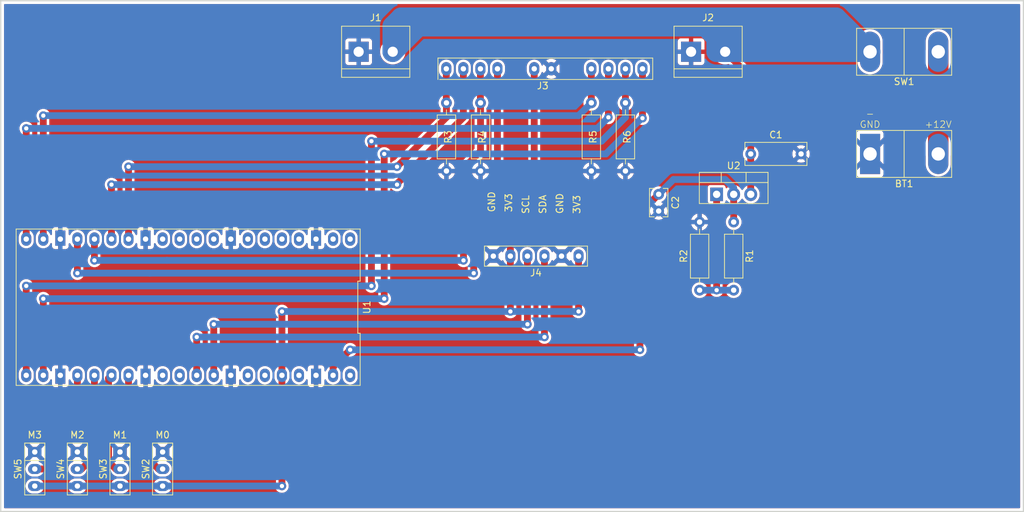
<source format=kicad_pcb>
(kicad_pcb (version 20221018) (generator pcbnew)
  (layers (0 "F.Cu" signal) (31 "B.Cu" signal) (34 "B.Paste" user) (35 "F.Paste" user) (36 "B.SilkS" user "B.Silkscreen") (37 "F.SilkS" user "F.Silkscreen") (38 "B.Mask" user) (39 "F.Mask" user) (44 "Edge.Cuts" user))
  (net 0 "")
  (net 3 "GND")
  (net 17 "5VREG")
  (net 19 "Net-(U2-ADJ)")
  (net 20 "Net-(BT1-+)")
  (net 21 "3V3")
  (net 22 "MOT_0_PWM")
  (net 23 "MOT_0_DIR")
  (net 24 "MOT_1_PWM")
  (net 25 "MOT_1_DIR")
  (net 26 "MOT_2_PWM")
  (net 27 "MOT_2_DIR")
  (net 28 "MOT_3_PWM")
  (net 29 "MOT_3_DIR")
  (net 30 "DIR_SET_3 PULLUP")
  (net 31 "DIR_SET_2 PULLUP")
  (net 32 "DIR_SET_1 PULLUP")
  (net 33 "DIR_SET_0 PULLUP")
  (net 34 "SDA")
  (net 35 "SCL")
  (net 36 "Net-(J1-Pin_2)")
  (footprint "TerminalBlock:TerminalBlock_bornier-2_P5.08mm" (layer "F.Cu") (at 129.54 33.02)
    (fp_text reference "J1" (at 2.54 -5.08) (layer "F.SilkS"))
    (fp_text value "Screw")
    (fp_line (start -2.54 -3.81) (end -2.54 3.81) (stroke (width 0.12)) (layer "F.SilkS"))
    (fp_line (start -2.54 3.81) (end 7.62 3.81) (stroke (width 0.12)) (layer "F.SilkS"))
    (fp_line (start 7.62 -3.81) (end -2.54 -3.81) (stroke (width 0.12)) (layer "F.SilkS"))
    (fp_line (start 7.62 2.54) (end -2.54 2.54) (stroke (width 0.12)) (layer "F.SilkS"))
    (fp_line (start 7.62 3.81) (end 7.62 -3.81) (stroke (width 0.12)) (layer "F.SilkS"))
    (pad "1" thru_hole rect (at 0 0) (size 3 3) (drill 1.52) (layers "*.Cu" "*.Mask") (net 3 "GND"))
    (pad "2" thru_hole circle (at 5.08 0) (size 3 3) (drill 1.52) (layers "*.Cu" "*.Mask") (net 36 "Net-(J1-Pin_2)"))
  )
  (footprint "Package_TO_SOT_THT:TO-220-3_Vertical" (layer "F.Cu") (at 182.88 54.285)
    (fp_text reference "U2" (at 2.54 -4.27) (layer "F.SilkS"))
    (fp_text value "LM317_TO-220")
    (fp_line (start -2.58 -3.27) (end -2.58 1.371) (stroke (width 0.12)) (layer "F.SilkS"))
    (fp_line (start -2.58 -3.27) (end 7.66 -3.27) (stroke (width 0.12)) (layer "F.SilkS"))
    (fp_line (start -2.58 -1.76) (end 7.66 -1.76) (stroke (width 0.12)) (layer "F.SilkS"))
    (fp_line (start -2.58 1.371) (end 7.66 1.371) (stroke (width 0.12)) (layer "F.SilkS"))
    (fp_line (start 0.69 -3.27) (end 0.69 -1.76) (stroke (width 0.12)) (layer "F.SilkS"))
    (fp_line (start 4.391 -3.27) (end 4.391 -1.76) (stroke (width 0.12)) (layer "F.SilkS"))
    (fp_line (start 7.66 -3.27) (end 7.66 1.371) (stroke (width 0.12)) (layer "F.SilkS"))
    (pad "1" thru_hole rect (at 0 0) (size 1.905 2) (drill 1.1) (layers "*.Cu" "*.Mask") (net 19 "Net-(U2-ADJ)"))
    (pad "2" thru_hole oval (at 2.54 0) (size 1.905 2) (drill 1.1) (layers "*.Cu" "*.Mask") (net 17 "5VREG"))
    (pad "3" thru_hole oval (at 5.08 0) (size 1.905 2) (drill 1.1) (layers "*.Cu" "*.Mask") (net 36 "Net-(J1-Pin_2)"))
  )
  (footprint "Urpekari:RPI-PICO" (layer "F.Cu") (at 104.14 71.12 -90)
    (fp_text reference "U1" (at 0 -26.63 90) (layer "F.SilkS"))
    (fp_text value "~")
    (fp_line (start -11.66 25.63) (end 11.659999 25.63) (stroke (width 0.12)) (layer "F.SilkS"))
    (fp_line (start -11.659999 -25.63) (end -11.66 25.63) (stroke (width 0.12)) (layer "F.SilkS"))
    (fp_line (start -3.886666 -25.63) (end -11.659999 -25.63) (stroke (width 0.12)) (layer "F.SilkS"))
    (fp_line (start -3.886666 -25.27) (end -3.886666 -25.63) (stroke (width 0.12)) (layer "F.SilkS"))
    (fp_line (start 3.886666 -25.63) (end 3.886666 -25.27) (stroke (width 0.12)) (layer "F.SilkS"))
    (fp_line (start 3.886666 -25.27) (end -3.886666 -25.27) (stroke (width 0.12)) (layer "F.SilkS"))
    (fp_line (start 11.659999 25.63) (end 11.66 -25.63) (stroke (width 0.12)) (layer "F.SilkS"))
    (fp_line (start 11.66 -25.63) (end 3.886666 -25.63) (stroke (width 0.12)) (layer "F.SilkS"))
    (pad "1" thru_hole oval (at -10.16 -24.13 270) (size 2 1.5) (drill 0.8) (layers "*.Cu" "*.Mask"))
    (pad "2" thru_hole oval (at -10.16 -21.59 270) (size 2 1.5) (drill 0.8) (layers "*.Cu" "*.Mask"))
    (pad "3" thru_hole rect (at -10.16 -19.05 180) (size 1.5 2.27) (drill 0.8 (offset 0 0.135)) (layers "*.Cu" "*.Mask") (net 3 "GND"))
    (pad "4" thru_hole oval (at -10.16 -16.51 270) (size 2 1.5) (drill 0.8) (layers "*.Cu" "*.Mask"))
    (pad "5" thru_hole oval (at -10.16 -13.97 270) (size 2 1.5) (drill 0.8) (layers "*.Cu" "*.Mask"))
    (pad "6" thru_hole oval (at -10.16 -11.43 270) (size 2 1.5) (drill 0.8) (layers "*.Cu" "*.Mask"))
    (pad "7" thru_hole oval (at -10.16 -8.89 270) (size 2 1.5) (drill 0.8) (layers "*.Cu" "*.Mask"))
    (pad "8" thru_hole rect (at -10.16 -6.35 180) (size 1.5 2.27) (drill 0.8 (offset 0 0.135)) (layers "*.Cu" "*.Mask") (net 3 "GND"))
    (pad "9" thru_hole oval (at -10.16 -3.81 270) (size 2 1.5) (drill 0.8) (layers "*.Cu" "*.Mask"))
    (pad "10" thru_hole oval (at -10.16 -1.27 270) (size 2 1.5) (drill 0.8) (layers "*.Cu" "*.Mask"))
    (pad "11" thru_hole oval (at -10.16 1.27 270) (size 2 1.5) (drill 0.8) (layers "*.Cu" "*.Mask"))
    (pad "12" thru_hole oval (at -10.16 3.81 270) (size 2 1.5) (drill 0.8) (layers "*.Cu" "*.Mask"))
    (pad "13" thru_hole rect (at -10.16 6.35 180) (size 1.5 2.27) (drill 0.8 (offset 0 0.135)) (layers "*.Cu" "*.Mask") (net 3 "GND"))
    (pad "14" thru_hole oval (at -10.16 8.89 270) (size 2 1.5) (drill 0.8) (layers "*.Cu" "*.Mask") (net 22 "MOT_0_PWM"))
    (pad "15" thru_hole oval (at -10.16 11.43 270) (size 2 1.5) (drill 0.8) (layers "*.Cu" "*.Mask") (net 23 "MOT_0_DIR"))
    (pad "16" thru_hole oval (at -10.16 13.97 270) (size 2 1.5) (drill 0.8) (layers "*.Cu" "*.Mask") (net 24 "MOT_1_PWM"))
    (pad "17" thru_hole oval (at -10.16 16.51 270) (size 2 1.5) (drill 0.8) (layers "*.Cu" "*.Mask") (net 25 "MOT_1_DIR"))
    (pad "18" thru_hole rect (at -10.16 19.05 180) (size 1.5 2.27) (drill 0.8 (offset 0 0.135)) (layers "*.Cu" "*.Mask") (net 3 "GND"))
    (pad "19" thru_hole oval (at -10.16 21.59 270) (size 2 1.5) (drill 0.8) (layers "*.Cu" "*.Mask") (net 26 "MOT_2_PWM"))
    (pad "20" thru_hole oval (at -10.16 24.13 180) (size 1.5 2) (drill 0.8) (layers "*.Cu" "*.Mask") (net 27 "MOT_2_DIR"))
    (pad "21" thru_hole oval (at 10.16 24.13 180) (size 1.5 2) (drill 0.8) (layers "*.Cu" "*.Mask") (net 28 "MOT_3_PWM"))
    (pad "22" thru_hole oval (at 10.16 21.59 270) (size 2 1.5) (drill 0.8) (layers "*.Cu" "*.Mask") (net 29 "MOT_3_DIR"))
    (pad "23" thru_hole rect (at 10.16 19.05 180) (size 1.5 2.27) (drill 0.8 (offset 0 -0.135)) (layers "*.Cu" "*.Mask") (net 3 "GND"))
    (pad "24" thru_hole oval (at 10.16 16.51 270) (size 2 1.5) (drill 0.8) (layers "*.Cu" "*.Mask") (net 30 "DIR_SET_3 PULLUP"))
    (pad "25" thru_hole oval (at 10.16 13.97 270) (size 2 1.5) (drill 0.8) (layers "*.Cu" "*.Mask") (net 31 "DIR_SET_2 PULLUP"))
    (pad "26" thru_hole oval (at 10.16 11.43 270) (size 2 1.5) (drill 0.8) (layers "*.Cu" "*.Mask") (net 32 "DIR_SET_1 PULLUP"))
    (pad "27" thru_hole oval (at 10.16 8.89 270) (size 2 1.5) (drill 0.8) (layers "*.Cu" "*.Mask") (net 33 "DIR_SET_0 PULLUP"))
    (pad "28" thru_hole rect (at 10.16 6.35 180) (size 1.5 2.27) (drill 0.8 (offset 0 -0.135)) (layers "*.Cu" "*.Mask") (net 3 "GND"))
    (pad "29" thru_hole oval (at 10.16 3.81 270) (size 2 1.5) (drill 0.8) (layers "*.Cu" "*.Mask"))
    (pad "30" thru_hole oval (at 10.16 1.27 270) (size 2 1.5) (drill 0.8) (layers "*.Cu" "*.Mask"))
    (pad "31" thru_hole oval (at 10.16 -1.27 270) (size 2 1.5) (drill 0.8) (layers "*.Cu" "*.Mask") (net 34 "SDA"))
    (pad "32" thru_hole oval (at 10.16 -3.81 270) (size 2 1.5) (drill 0.8) (layers "*.Cu" "*.Mask") (net 35 "SCL"))
    (pad "33" thru_hole rect (at 10.16 -6.35 180) (size 1.5 2.27) (drill 0.8 (offset 0 -0.135)) (layers "*.Cu" "*.Mask") (net 3 "GND"))
    (pad "34" thru_hole oval (at 10.16 -8.89 270) (size 2 1.5) (drill 0.8) (layers "*.Cu" "*.Mask"))
    (pad "35" thru_hole oval (at 10.16 -11.43 270) (size 2 1.5) (drill 0.8) (layers "*.Cu" "*.Mask"))
    (pad "36" thru_hole oval (at 10.16 -13.97 270) (size 2 1.5) (drill 0.8) (layers "*.Cu" "*.Mask") (net 21 "3V3"))
    (pad "37" thru_hole oval (at 10.16 -16.51 270) (size 2 1.5) (drill 0.8) (layers "*.Cu" "*.Mask"))
    (pad "38" thru_hole rect (at 10.16 -19.05 180) (size 1.5 2.27) (drill 0.8 (offset 0 -0.135)) (layers "*.Cu" "*.Mask") (net 3 "GND"))
    (pad "39" thru_hole oval (at 10.16 -21.59 270) (size 2 1.5) (drill 0.8) (layers "*.Cu" "*.Mask") (net 17 "5VREG"))
    (pad "40" thru_hole oval (at 10.16 -24.13 270) (size 2 1.5) (drill 0.8) (layers "*.Cu" "*.Mask"))
  )
  (footprint "Urpekari:POWER-CABLE" (layer "F.Cu") (at 210.82 33.02 180)
    (fp_text reference "SW1" (at 0 -4.445 180) (layer "F.SilkS"))
    (fp_text value "SW_SPST")
    (fp_line (start -7.08 -3.5) (end -7.08 3.5) (stroke (width 0.12)) (layer "F.SilkS"))
    (fp_line (start -7.08 3.5) (end 7.08 3.5) (stroke (width 0.12)) (layer "F.SilkS"))
    (fp_line (start 0 3.5) (end 0 -3.5) (stroke (width 0.12)) (layer "F.SilkS"))
    (fp_line (start 7.08 -3.5) (end -7.08 -3.5) (stroke (width 0.12)) (layer "F.SilkS"))
    (fp_line (start 7.08 3.5) (end 7.08 -3.5) (stroke (width 0.12)) (layer "F.SilkS"))
    (pad "1" thru_hole oval (at -5.08 0 180) (size 3 6) (drill 2) (layers "*.Cu" "*.Mask") (net 20 "Net-(BT1-+)"))
    (pad "2" thru_hole oval (at 5.08 0 180) (size 3 6) (drill 2) (layers "*.Cu" "*.Mask") (net 36 "Net-(J1-Pin_2)"))
  )
  (footprint "Urpekari:CONT-CONN" (layer "F.Cu") (at 156.972 35.56)
    (fp_text reference "J3" (at 0 2.54) (layer "F.SilkS"))
    (fp_text value "CONT-CONN")
    (fp_line (start -15.621 -1.6) (end 16.383 -1.6) (stroke (width 0.12)) (layer "F.SilkS"))
    (fp_line (start -15.621 1.6) (end -15.621 -1.6) (stroke (width 0.12)) (layer "F.SilkS"))
    (fp_line (start 16.383 -1.6) (end 16.383 1.6) (stroke (width 0.12)) (layer "F.SilkS"))
    (fp_line (start 16.383 1.6) (end -15.367 1.6) (stroke (width 0.12)) (layer "F.SilkS"))
    (pad "1" thru_hole oval (at -14.371 0) (size 1.5 2) (drill 0.8) (layers "*.Cu" "*.Mask") (net 22 "MOT_0_PWM"))
    (pad "2" thru_hole oval (at -11.831 0) (size 1.5 2) (drill 0.8) (layers "*.Cu" "*.Mask") (net 23 "MOT_0_DIR"))
    (pad "3" thru_hole oval (at -9.291 0) (size 1.5 2) (drill 0.8) (layers "*.Cu" "*.Mask") (net 24 "MOT_1_PWM"))
    (pad "4" thru_hole oval (at -6.751 0) (size 1.5 2) (drill 0.8) (layers "*.Cu" "*.Mask") (net 25 "MOT_1_DIR"))
    (pad "5" thru_hole oval (at -1.27 0) (size 1.5 2) (drill 0.8) (layers "*.Cu" "*.Mask") (net 21 "3V3"))
    (pad "6" thru_hole oval (at 1.27 0) (size 1.5 2) (drill 0.8) (layers "*.Cu" "*.Mask") (net 3 "GND"))
    (pad "7" thru_hole oval (at 7.239 0) (size 1.5 2) (drill 0.8) (layers "*.Cu" "*.Mask") (net 26 "MOT_2_PWM"))
    (pad "8" thru_hole oval (at 9.779 0) (size 1.5 2) (drill 0.8) (layers "*.Cu" "*.Mask") (net 27 "MOT_2_DIR"))
    (pad "9" thru_hole oval (at 12.319 0) (size 1.5 2) (drill 0.8) (layers "*.Cu" "*.Mask") (net 28 "MOT_3_PWM"))
    (pad "10" thru_hole oval (at 14.859 0) (size 1.5 2) (drill 0.8) (layers "*.Cu" "*.Mask") (net 29 "MOT_3_DIR"))
  )
  (footprint "Resistor_THT:R_Axial_DIN0207_L6.3mm_D2.5mm_P10.16mm_Horizontal" (layer "F.Cu") (at 185.42 58.42 -90)
    (fp_text reference "R1" (at 5.08 -2.37 90) (layer "F.SilkS"))
    (fp_text value "240R")
    (fp_line (start 1.04 0) (end 1.81 0) (stroke (width 0.12)) (layer "F.SilkS"))
    (fp_line (start 1.81 -1.37) (end 1.81 1.37) (stroke (width 0.12)) (layer "F.SilkS"))
    (fp_line (start 1.81 1.37) (end 8.35 1.37) (stroke (width 0.12)) (layer "F.SilkS"))
    (fp_line (start 8.35 -1.37) (end 1.81 -1.37) (stroke (width 0.12)) (layer "F.SilkS"))
    (fp_line (start 8.35 1.37) (end 8.35 -1.37) (stroke (width 0.12)) (layer "F.SilkS"))
    (fp_line (start 9.12 0) (end 8.35 0) (stroke (width 0.12)) (layer "F.SilkS"))
    (pad "1" thru_hole circle (at 0 0 270) (size 1.6 1.6) (drill 0.8) (layers "*.Cu" "*.Mask") (net 17 "5VREG"))
    (pad "2" thru_hole oval (at 10.16 0 270) (size 1.6 1.6) (drill 0.8) (layers "*.Cu" "*.Mask") (net 19 "Net-(U2-ADJ)"))
  )
  (footprint "Urpekari:JOYC-CONN" (layer "F.Cu") (at 155.956 63.5)
    (fp_text reference "J4" (at 0 2.5) (layer "F.SilkS"))
    (fp_text value "JOYC-CONN")
    (fp_line (start -7.675 -1.5) (end 7.675 -1.5) (stroke (width 0.12)) (layer "F.SilkS"))
    (fp_line (start -7.675 1.5) (end -7.675 -1.5) (stroke (width 0.12)) (layer "F.SilkS"))
    (fp_line (start 7.675 -1.5) (end 7.675 1.5) (stroke (width 0.12)) (layer "F.SilkS"))
    (fp_line (start 7.675 1.5) (end -7.675 1.5) (stroke (width 0.12)) (layer "F.SilkS"))
    (pad "1" thru_hole rect (at -6.35 0) (size 1.5 2) (drill 0.8) (layers "*.Cu" "*.Mask") (net 3 "GND"))
    (pad "2" thru_hole oval (at -3.81 0) (size 1.5 2) (drill 0.8) (layers "*.Cu" "*.Mask") (net 21 "3V3"))
    (pad "3" thru_hole oval (at -1.27 0) (size 1.5 2) (drill 0.8) (layers "*.Cu" "*.Mask") (net 35 "SCL"))
    (pad "4" thru_hole oval (at 1.27 0) (size 1.5 2) (drill 0.8) (layers "*.Cu" "*.Mask") (net 34 "SDA"))
    (pad "5" thru_hole rect (at 3.81 0) (size 1.5 2) (drill 0.8) (layers "*.Cu" "*.Mask") (net 3 "GND"))
    (pad "6" thru_hole oval (at 6.35 0) (size 1.5 2) (drill 0.8) (layers "*.Cu" "*.Mask") (net 21 "3V3"))
  )
  (footprint "Urpekari:SERVO" (layer "F.Cu") (at 100.33 95.25 -90)
    (fp_text reference "SW2" (at 0 2.5 90) (layer "F.SilkS"))
    (fp_text value "SW_SPDT")
    (fp_line (start -3.865 -1.5) (end 3.865 -1.5) (stroke (width 0.12)) (layer "F.SilkS"))
    (fp_line (start -3.865 1.5) (end -3.865 -1.5) (stroke (width 0.12)) (layer "F.SilkS"))
    (fp_line (start -1.27 -1.5) (end -1.27 1.5) (stroke (width 0.12)) (layer "F.SilkS"))
    (fp_line (start 3.865 -1.5) (end 3.865 1.5) (stroke (width 0.12)) (layer "F.SilkS"))
    (fp_line (start 3.865 1.5) (end -3.865 1.5) (stroke (width 0.12)) (layer "F.SilkS"))
    (pad "1" thru_hole rect (at -2.54 0 270) (size 1.5 2) (drill 0.8) (layers "*.Cu" "*.Mask") (net 3 "GND"))
    (pad "2" thru_hole oval (at 0 0 270) (size 1.5 2) (drill 0.8) (layers "*.Cu" "*.Mask") (net 33 "DIR_SET_0 PULLUP"))
    (pad "3" thru_hole oval (at 2.54 0 270) (size 1.5 2) (drill 0.8) (layers "*.Cu" "*.Mask") (net 21 "3V3"))
  )
  (footprint "Resistor_THT:R_Axial_DIN0207_L6.3mm_D2.5mm_P10.16mm_Horizontal" (layer "F.Cu") (at 164.211 40.64 -90)
    (fp_text reference "R5" hide)
    (fp_text value "330R")
    (fp_line (start 1.04 0) (end 1.81 0) (stroke (width 0.12)) (layer "F.SilkS"))
    (fp_line (start 1.81 -1.37) (end 1.81 1.37) (stroke (width 0.12)) (layer "F.SilkS"))
    (fp_line (start 1.81 1.37) (end 8.35 1.37) (stroke (width 0.12)) (layer "F.SilkS"))
    (fp_line (start 8.35 -1.37) (end 1.81 -1.37) (stroke (width 0.12)) (layer "F.SilkS"))
    (fp_line (start 8.35 1.37) (end 8.35 -1.37) (stroke (width 0.12)) (layer "F.SilkS"))
    (fp_line (start 9.12 0) (end 8.35 0) (stroke (width 0.12)) (layer "F.SilkS"))
    (pad "1" thru_hole circle (at 0 0 270) (size 1.6 1.6) (drill 0.8) (layers "*.Cu" "*.Mask") (net 26 "MOT_2_PWM"))
    (pad "2" thru_hole oval (at 10.16 0 270) (size 1.6 1.6) (drill 0.8) (layers "*.Cu" "*.Mask") (net 3 "GND"))
  )
  (footprint "Resistor_THT:R_Axial_DIN0207_L6.3mm_D2.5mm_P10.16mm_Horizontal" (layer "F.Cu") (at 142.621 40.64 -90)
    (fp_text reference "R3" hide)
    (fp_text value "330R")
    (fp_line (start 1.04 0) (end 1.81 0) (stroke (width 0.12)) (layer "F.SilkS"))
    (fp_line (start 1.81 -1.37) (end 1.81 1.37) (stroke (width 0.12)) (layer "F.SilkS"))
    (fp_line (start 1.81 1.37) (end 8.35 1.37) (stroke (width 0.12)) (layer "F.SilkS"))
    (fp_line (start 8.35 -1.37) (end 1.81 -1.37) (stroke (width 0.12)) (layer "F.SilkS"))
    (fp_line (start 8.35 1.37) (end 8.35 -1.37) (stroke (width 0.12)) (layer "F.SilkS"))
    (fp_line (start 9.12 0) (end 8.35 0) (stroke (width 0.12)) (layer "F.SilkS"))
    (pad "1" thru_hole circle (at 0 0 270) (size 1.6 1.6) (drill 0.8) (layers "*.Cu" "*.Mask") (net 22 "MOT_0_PWM"))
    (pad "2" thru_hole oval (at 10.16 0 270) (size 1.6 1.6) (drill 0.8) (layers "*.Cu" "*.Mask") (net 3 "GND"))
  )
  (footprint "Urpekari:SERVO" (layer "F.Cu") (at 81.28 95.25 -90)
    (fp_text reference "SW5" (at 0 2.5 90) (layer "F.SilkS"))
    (fp_text value "SW_SPDT")
    (fp_line (start -3.865 -1.5) (end 3.865 -1.5) (stroke (width 0.12)) (layer "F.SilkS"))
    (fp_line (start -3.865 1.5) (end -3.865 -1.5) (stroke (width 0.12)) (layer "F.SilkS"))
    (fp_line (start -1.27 -1.5) (end -1.27 1.5) (stroke (width 0.12)) (layer "F.SilkS"))
    (fp_line (start 3.865 -1.5) (end 3.865 1.5) (stroke (width 0.12)) (layer "F.SilkS"))
    (fp_line (start 3.865 1.5) (end -3.865 1.5) (stroke (width 0.12)) (layer "F.SilkS"))
    (pad "1" thru_hole rect (at -2.54 0 270) (size 1.5 2) (drill 0.8) (layers "*.Cu" "*.Mask") (net 3 "GND"))
    (pad "2" thru_hole oval (at 0 0 270) (size 1.5 2) (drill 0.8) (layers "*.Cu" "*.Mask") (net 30 "DIR_SET_3 PULLUP"))
    (pad "3" thru_hole oval (at 2.54 0 270) (size 1.5 2) (drill 0.8) (layers "*.Cu" "*.Mask") (net 21 "3V3"))
  )
  (footprint "Urpekari:SERVO" (layer "F.Cu") (at 93.98 95.25 -90)
    (fp_text reference "SW3" (at 0 2.5 90) (layer "F.SilkS"))
    (fp_text value "SW_SPDT")
    (fp_line (start -3.865 -1.5) (end 3.865 -1.5) (stroke (width 0.12)) (layer "F.SilkS"))
    (fp_line (start -3.865 1.5) (end -3.865 -1.5) (stroke (width 0.12)) (layer "F.SilkS"))
    (fp_line (start -1.27 -1.5) (end -1.27 1.5) (stroke (width 0.12)) (layer "F.SilkS"))
    (fp_line (start 3.865 -1.5) (end 3.865 1.5) (stroke (width 0.12)) (layer "F.SilkS"))
    (fp_line (start 3.865 1.5) (end -3.865 1.5) (stroke (width 0.12)) (layer "F.SilkS"))
    (pad "1" thru_hole rect (at -2.54 0 270) (size 1.5 2) (drill 0.8) (layers "*.Cu" "*.Mask") (net 3 "GND"))
    (pad "2" thru_hole oval (at 0 0 270) (size 1.5 2) (drill 0.8) (layers "*.Cu" "*.Mask") (net 32 "DIR_SET_1 PULLUP"))
    (pad "3" thru_hole oval (at 2.54 0 270) (size 1.5 2) (drill 0.8) (layers "*.Cu" "*.Mask") (net 21 "3V3"))
  )
  (footprint "TerminalBlock:TerminalBlock_bornier-2_P5.08mm" (layer "F.Cu") (at 179.07 33.02)
    (fp_text reference "J2" (at 2.54 -5.08) (layer "F.SilkS"))
    (fp_text value "Screw")
    (fp_line (start -2.54 -3.81) (end -2.54 3.81) (stroke (width 0.12)) (layer "F.SilkS"))
    (fp_line (start -2.54 3.81) (end 7.62 3.81) (stroke (width 0.12)) (layer "F.SilkS"))
    (fp_line (start 7.62 -3.81) (end -2.54 -3.81) (stroke (width 0.12)) (layer "F.SilkS"))
    (fp_line (start 7.62 2.54) (end -2.54 2.54) (stroke (width 0.12)) (layer "F.SilkS"))
    (fp_line (start 7.62 3.81) (end 7.62 -3.81) (stroke (width 0.12)) (layer "F.SilkS"))
    (pad "1" thru_hole rect (at 0 0) (size 3 3) (drill 1.52) (layers "*.Cu" "*.Mask") (net 3 "GND"))
    (pad "2" thru_hole circle (at 5.08 0) (size 3 3) (drill 1.52) (layers "*.Cu" "*.Mask") (net 36 "Net-(J1-Pin_2)"))
  )
  (footprint "Resistor_THT:R_Axial_DIN0207_L6.3mm_D2.5mm_P10.16mm_Horizontal" (layer "F.Cu") (at 169.291 40.64 -90)
    (fp_text reference "R6" hide)
    (fp_text value "330R")
    (fp_line (start 1.04 0) (end 1.81 0) (stroke (width 0.12)) (layer "F.SilkS"))
    (fp_line (start 1.81 -1.37) (end 1.81 1.37) (stroke (width 0.12)) (layer "F.SilkS"))
    (fp_line (start 1.81 1.37) (end 8.35 1.37) (stroke (width 0.12)) (layer "F.SilkS"))
    (fp_line (start 8.35 -1.37) (end 1.81 -1.37) (stroke (width 0.12)) (layer "F.SilkS"))
    (fp_line (start 8.35 1.37) (end 8.35 -1.37) (stroke (width 0.12)) (layer "F.SilkS"))
    (fp_line (start 9.12 0) (end 8.35 0) (stroke (width 0.12)) (layer "F.SilkS"))
    (pad "1" thru_hole circle (at 0 0 270) (size 1.6 1.6) (drill 0.8) (layers "*.Cu" "*.Mask") (net 28 "MOT_3_PWM"))
    (pad "2" thru_hole oval (at 10.16 0 270) (size 1.6 1.6) (drill 0.8) (layers "*.Cu" "*.Mask") (net 3 "GND"))
  )
  (footprint "Urpekari:SERVO" (layer "F.Cu") (at 87.63 95.25 -90)
    (fp_text reference "SW4" (at 0 2.5 90) (layer "F.SilkS"))
    (fp_text value "SW_SPDT")
    (fp_line (start -3.865 -1.5) (end 3.865 -1.5) (stroke (width 0.12)) (layer "F.SilkS"))
    (fp_line (start -3.865 1.5) (end -3.865 -1.5) (stroke (width 0.12)) (layer "F.SilkS"))
    (fp_line (start -1.27 -1.5) (end -1.27 1.5) (stroke (width 0.12)) (layer "F.SilkS"))
    (fp_line (start 3.865 -1.5) (end 3.865 1.5) (stroke (width 0.12)) (layer "F.SilkS"))
    (fp_line (start 3.865 1.5) (end -3.865 1.5) (stroke (width 0.12)) (layer "F.SilkS"))
    (pad "1" thru_hole rect (at -2.54 0 270) (size 1.5 2) (drill 0.8) (layers "*.Cu" "*.Mask") (net 3 "GND"))
    (pad "2" thru_hole oval (at 0 0 270) (size 1.5 2) (drill 0.8) (layers "*.Cu" "*.Mask") (net 31 "DIR_SET_2 PULLUP"))
    (pad "3" thru_hole oval (at 2.54 0 270) (size 1.5 2) (drill 0.8) (layers "*.Cu" "*.Mask") (net 21 "3V3"))
  )
  (footprint "Urpekari:BATTERY-CABLE" (layer "F.Cu") (at 210.82 48.26 180)
    (fp_text reference "BT1" (at 0 -4.445) (layer "F.SilkS"))
    (fp_text value "12V")
    (fp_line (start -7.08 -3.5) (end -7.08 3.5) (stroke (width 0.12)) (layer "F.SilkS"))
    (fp_line (start -7.08 3.5) (end 7.08 3.5) (stroke (width 0.12)) (layer "F.SilkS"))
    (fp_line (start 0 3.5) (end 0 -3.5) (stroke (width 0.12)) (layer "F.SilkS"))
    (fp_line (start 7.08 -3.5) (end -7.08 -3.5) (stroke (width 0.12)) (layer "F.SilkS"))
    (fp_line (start 7.08 3.5) (end 7.08 -3.5) (stroke (width 0.12)) (layer "F.SilkS"))
    (pad "1" thru_hole oval (at -5.08 0 180) (size 3 6) (drill 2) (layers "*.Cu" "*.Mask") (net 20 "Net-(BT1-+)"))
    (pad "2" thru_hole rect (at 5.08 0 180) (size 3 6) (drill 2) (layers "*.Cu" "*.Mask") (net 3 "GND"))
  )
  (footprint "Capacitor_THT:C_Rect_L9.0mm_W3.2mm_P7.50mm_MKT" (layer "F.Cu") (at 187.96 48.26)
    (fp_text reference "C1" (at 3.75 -2.85) (layer "F.SilkS"))
    (fp_text value "1µF")
    (fp_line (start -0.87 -1.721) (end -0.87 -0.665) (stroke (width 0.12)) (layer "F.SilkS"))
    (fp_line (start -0.87 -1.721) (end 8.37 -1.721) (stroke (width 0.12)) (layer "F.SilkS"))
    (fp_line (start -0.87 0.665) (end -0.87 1.721) (stroke (width 0.12)) (layer "F.SilkS"))
    (fp_line (start -0.87 1.721) (end 8.37 1.721) (stroke (width 0.12)) (layer "F.SilkS"))
    (fp_line (start 8.37 -1.721) (end 8.37 -0.665) (stroke (width 0.12)) (layer "F.SilkS"))
    (fp_line (start 8.37 0.665) (end 8.37 1.721) (stroke (width 0.12)) (layer "F.SilkS"))
    (pad "1" thru_hole circle (at 0 0) (size 1.6 1.6) (drill 0.8) (layers "*.Cu" "*.Mask") (net 36 "Net-(J1-Pin_2)"))
    (pad "2" thru_hole circle (at 7.5 0) (size 1.6 1.6) (drill 0.8) (layers "*.Cu" "*.Mask") (net 3 "GND"))
  )
  (footprint "Resistor_THT:R_Axial_DIN0207_L6.3mm_D2.5mm_P10.16mm_Horizontal" (layer "F.Cu") (at 180.34 68.58 90)
    (fp_text reference "R2" (at 5.08 -2.37 90) (layer "F.SilkS"))
    (fp_text value "750R")
    (fp_line (start 1.04 0) (end 1.81 0) (stroke (width 0.12)) (layer "F.SilkS"))
    (fp_line (start 1.81 -1.37) (end 1.81 1.37) (stroke (width 0.12)) (layer "F.SilkS"))
    (fp_line (start 1.81 1.37) (end 8.35 1.37) (stroke (width 0.12)) (layer "F.SilkS"))
    (fp_line (start 8.35 -1.37) (end 1.81 -1.37) (stroke (width 0.12)) (layer "F.SilkS"))
    (fp_line (start 8.35 1.37) (end 8.35 -1.37) (stroke (width 0.12)) (layer "F.SilkS"))
    (fp_line (start 9.12 0) (end 8.35 0) (stroke (width 0.12)) (layer "F.SilkS"))
    (pad "1" thru_hole circle (at 0 0 90) (size 1.6 1.6) (drill 0.8) (layers "*.Cu" "*.Mask") (net 19 "Net-(U2-ADJ)"))
    (pad "2" thru_hole oval (at 10.16 0 90) (size 1.6 1.6) (drill 0.8) (layers "*.Cu" "*.Mask") (net 3 "GND"))
  )
  (footprint "Capacitor_THT:C_Rect_L4.0mm_W2.5mm_P2.50mm" (layer "F.Cu") (at 174.244 54.2744 -90)
    (fp_text reference "C2" (at 1.25 -2.5 90) (layer "F.SilkS"))
    (fp_text value "0.1µF")
    (fp_line (start -0.87 -1.37) (end -0.87 -0.665) (stroke (width 0.12)) (layer "F.SilkS"))
    (fp_line (start -0.87 -1.37) (end 3.37 -1.37) (stroke (width 0.12)) (layer "F.SilkS"))
    (fp_line (start -0.87 0.665) (end -0.87 1.37) (stroke (width 0.12)) (layer "F.SilkS"))
    (fp_line (start -0.87 1.37) (end 3.37 1.37) (stroke (width 0.12)) (layer "F.SilkS"))
    (fp_line (start 3.37 -1.37) (end 3.37 -0.665) (stroke (width 0.12)) (layer "F.SilkS"))
    (fp_line (start 3.37 0.665) (end 3.37 1.37) (stroke (width 0.12)) (layer "F.SilkS"))
    (pad "1" thru_hole circle (at 0 0 270) (size 1.6 1.6) (drill 0.8) (layers "*.Cu" "*.Mask") (net 17 "5VREG"))
    (pad "2" thru_hole circle (at 2.5 0 270) (size 1.6 1.6) (drill 0.8) (layers "*.Cu" "*.Mask") (net 3 "GND"))
  )
  (footprint "Resistor_THT:R_Axial_DIN0207_L6.3mm_D2.5mm_P10.16mm_Horizontal" (layer "F.Cu") (at 147.701 40.64 -90)
    (fp_text reference "R4" hide)
    (fp_text value "330R")
    (fp_line (start 1.04 0) (end 1.81 0) (stroke (width 0.12)) (layer "F.SilkS"))
    (fp_line (start 1.81 -1.37) (end 1.81 1.37) (stroke (width 0.12)) (layer "F.SilkS"))
    (fp_line (start 1.81 1.37) (end 8.35 1.37) (stroke (width 0.12)) (layer "F.SilkS"))
    (fp_line (start 8.35 -1.37) (end 1.81 -1.37) (stroke (width 0.12)) (layer "F.SilkS"))
    (fp_line (start 8.35 1.37) (end 8.35 -1.37) (stroke (width 0.12)) (layer "F.SilkS"))
    (fp_line (start 9.12 0) (end 8.35 0) (stroke (width 0.12)) (layer "F.SilkS"))
    (pad "1" thru_hole circle (at 0 0 270) (size 1.6 1.6) (drill 0.8) (layers "*.Cu" "*.Mask") (net 24 "MOT_1_PWM"))
    (pad "2" thru_hole oval (at 10.16 0 270) (size 1.6 1.6) (drill 0.8) (layers "*.Cu" "*.Mask") (net 3 "GND"))
  )
  (gr_rect (start 76.2 25.4) (end 228.6 101.6) (stroke (width 0.2)) (fill none) (layer "Edge.Cuts"))
  (gr_text "R6" (at 169.545 45.72 90) (layer "F.SilkS") (effects (font (size 1 1))))
  (gr_text "SDA" (at 156.972 57.277 90) (layer "F.SilkS") (effects (font (size 1 1)) (justify left)))
  (gr_text "SCL" (at 154.432 57.277 90) (layer "F.SilkS") (effects (font (size 1 1)) (justify left)))
  (gr_text "M0" (at 100.33 90.17) (layer "F.SilkS") (effects (font (size 1 1))))
  (gr_text "3V3" (at 162.052 57.277 90) (layer "F.SilkS") (effects (font (size 1 1)) (justify left)))
  (gr_text "R4" (at 147.955 45.72 90) (layer "F.SilkS") (effects (font (size 1 1))))
  (gr_text "M2" (at 87.63 90.17) (layer "F.SilkS") (effects (font (size 1 1))))
  (gr_text "R3" (at 142.875 45.72 90) (layer "F.SilkS") (effects (font (size 1 1))))
  (gr_text "-\nGND" (at 205.74 44.45) (layer "F.SilkS") (effects (font (size 1 1) (thickness 0.1)) (justify bottom)))
  (gr_text "GND" (at 149.352 57.023 90) (layer "F.SilkS") (effects (font (size 1 1)) (justify left)))
  (gr_text "M3" (at 81.28 90.17) (layer "F.SilkS") (effects (font (size 1 1))))
  (gr_text "+12V" (at 215.9 44.45) (layer "F.SilkS") (effects (font (size 1 1) (thickness 0.1)) (justify bottom)))
  (gr_text "R5" (at 164.465 45.72 90) (layer "F.SilkS") (effects (font (size 1 1))))
  (gr_text "M1" (at 93.98 90.17) (layer "F.SilkS") (effects (font (size 1 1))))
  (gr_text "GND" (at 159.512 57.277 90) (layer "F.SilkS") (effects (font (size 1 1)) (justify left)))
  (gr_text "3V3" (at 151.892 57.023 90) (layer "F.SilkS") (effects (font (size 1 1)) (justify left)))
  (segment (start 171.45 77.47) (end 171.45 57.0684) (width 1.016) (layer "F.Cu") (net 17))
  (segment (start 125.73 80.01) (end 128.27 77.47) (width 1.016) (layer "F.Cu") (net 17))
  (segment (start 125.73 81.28) (end 125.73 80.01) (width 1.016) (layer "F.Cu") (net 17))
  (segment (start 171.45 57.0684) (end 174.244 54.2744) (width 1.016) (layer "F.Cu") (net 17))
  (segment (start 185.42 54.285) (end 185.42 58.42) (width 1.016) (layer "F.Cu") (net 17))
  (via (at 171.45 77.47) (size 1.27) (drill 0.635) (layers "F.Cu" "B.Cu") (net 17))
  (via (at 128.27 77.47) (size 1.27) (drill 0.635) (layers "F.Cu" "B.Cu") (net 17))
  (segment (start 185.42 53.34) (end 184.15 52.07) (width 1.016) (layer "B.Cu") (net 17))
  (segment (start 176.4484 52.07) (end 174.244 54.2744) (width 1.016) (layer "B.Cu") (net 17))
  (segment (start 185.42 54.285) (end 185.42 53.34) (width 1.016) (layer "B.Cu") (net 17))
  (segment (start 128.27 77.47) (end 171.45 77.47) (width 1.016) (layer "B.Cu") (net 17))
  (segment (start 184.15 52.07) (end 176.4484 52.07) (width 1.016) (layer "B.Cu") (net 17))
  (segment (start 182.88 54.285) (end 182.88 68.58) (width 1.016) (layer "F.Cu") (net 19))
  (segment (start 182.8748 54.2798) (end 182.88 54.285) (width 1.016) (layer "F.Cu") (net 19))
  (via (at 182.88 68.58) (size 1.27) (drill 0.635) (layers "F.Cu" "B.Cu") (net 19))
  (segment (start 180.34 68.58) (end 182.88 68.58) (width 1.016) (layer "B.Cu") (net 19))
  (segment (start 182.88 68.58) (end 185.42 68.58) (width 1.016) (layer "B.Cu") (net 19))
  (segment (start 215.9 33.02) (end 215.9 39.37) (width 3.048) (layer "F.Cu") (net 20))
  (segment (start 215.9 39.37) (end 215.9 48.26) (width 3.048) (layer "F.Cu") (net 20))
  (segment (start 152.15 71.755) (end 152.146 71.751) (width 1.016) (layer "F.Cu") (net 21))
  (segment (start 118.11 71.759) (end 118.114 71.755) (width 1.016) (layer "F.Cu") (net 21))
  (segment (start 118.11 81.28) (end 118.11 71.759) (width 1.016) (layer "F.Cu") (net 21))
  (segment (start 155.702 50.673) (end 155.702 35.56) (width 1.016) (layer "F.Cu") (net 21))
  (segment (start 152.146 54.229) (end 155.702 50.673) (width 1.016) (layer "F.Cu") (net 21))
  (segment (start 152.146 71.751) (end 152.146 63.5) (width 1.016) (layer "F.Cu") (net 21))
  (segment (start 162.306 71.755) (end 162.306 63.5) (width 1.016) (layer "F.Cu") (net 21))
  (segment (start 118.11 81.28) (end 118.11 97.79) (width 1.016) (layer "F.Cu") (net 21))
  (segment (start 152.146 63.5) (end 152.146 54.229) (width 1.016) (layer "F.Cu") (net 21))
  (via (at 118.11 97.79) (size 1.27) (drill 0.635) (layers "F.Cu" "B.Cu") (net 21))
  (via (at 152.15 71.755) (size 1.27) (drill 0.635) (layers "F.Cu" "B.Cu") (net 21))
  (via (at 162.306 71.755) (size 1.27) (drill 0.635) (layers "F.Cu" "B.Cu") (net 21))
  (via (at 118.114 71.755) (size 1.27) (drill 0.635) (layers "F.Cu" "B.Cu") (net 21))
  (segment (start 93.98 97.79) (end 100.33 97.79) (width 1.016) (layer "B.Cu") (net 21))
  (segment (start 87.63 97.79) (end 93.98 97.79) (width 1.016) (layer "B.Cu") (net 21))
  (segment (start 100.33 97.79) (end 118.11 97.79) (width 1.016) (layer "B.Cu") (net 21))
  (segment (start 81.28 97.79) (end 87.63 97.79) (width 1.016) (layer "B.Cu") (net 21))
  (segment (start 152.15 71.755) (end 162.306 71.755) (width 1.016) (layer "B.Cu") (net 21))
  (segment (start 118.114 71.755) (end 152.15 71.755) (width 1.016) (layer "B.Cu") (net 21))
  (segment (start 135.255 50.165) (end 142.621 42.799) (width 1.016) (layer "F.Cu") (net 22))
  (segment (start 142.601 40.62) (end 142.621 40.64) (width 1.016) (layer "F.Cu") (net 22))
  (segment (start 142.621 42.799) (end 142.621 40.64) (width 1.016) (layer "F.Cu") (net 22))
  (segment (start 95.25 50.165) (end 95.25 60.96) (width 1.016) (layer "F.Cu") (net 22))
  (segment (start 142.601 35.56) (end 142.601 40.62) (width 1.016) (layer "F.Cu") (net 22))
  (via (at 95.25 50.165) (size 1.27) (drill 0.635) (layers "F.Cu" "B.Cu") (net 22))
  (via (at 135.255 50.165) (size 1.27) (drill 0.635) (layers "F.Cu" "B.Cu") (net 22))
  (segment (start 96.52 50.165) (end 95.25 50.165) (width 1.016) (layer "B.Cu") (net 22))
  (segment (start 135.255 50.165) (end 96.52 50.165) (width 1.016) (layer "B.Cu") (net 22))
  (segment (start 145.141 42.819) (end 145.141 35.56) (width 1.016) (layer "F.Cu") (net 23))
  (segment (start 92.71 60.96) (end 92.71 52.705) (width 1.016) (layer "F.Cu") (net 23))
  (segment (start 135.255 52.705) (end 145.141 42.819) (width 1.016) (layer "F.Cu") (net 23))
  (segment (start 135.255 52.832) (end 135.255 52.705) (width 1.016) (layer "F.Cu") (net 23))
  (via (at 92.71 52.832) (size 1.27) (drill 0.635) (layers "F.Cu" "B.Cu") (net 23))
  (via (at 135.255 52.832) (size 1.27) (drill 0.635) (layers "F.Cu" "B.Cu") (net 23))
  (segment (start 135.255 52.832) (end 92.71 52.832) (width 1.016) (layer "B.Cu") (net 23))
  (segment (start 147.701 47.852635) (end 147.701 40.64) (width 1.016) (layer "F.Cu") (net 24))
  (segment (start 147.681 35.56) (end 147.681 40.62) (width 1.016) (layer "F.Cu") (net 24))
  (segment (start 90.17 64.135) (end 90.17 60.96) (width 1.016) (layer "F.Cu") (net 24))
  (segment (start 145.161 64.135) (end 145.161 50.392635) (width 1.016) (layer "F.Cu") (net 24))
  (segment (start 147.681 40.62) (end 147.701 40.64) (width 1.016) (layer "F.Cu") (net 24))
  (segment (start 145.161 50.392635) (end 147.701 47.852635) (width 1.016) (layer "F.Cu") (net 24))
  (via (at 90.17 64.135) (size 1.27) (drill 0.635) (layers "F.Cu" "B.Cu") (net 24))
  (via (at 145.161 64.135) (size 1.27) (drill 0.635) (layers "F.Cu" "B.Cu") (net 24))
  (segment (start 90.17 64.135) (end 100.965 64.135) (width 1.016) (layer "B.Cu") (net 24))
  (segment (start 100.965 64.135) (end 145.161 64.135) (width 1.016) (layer "B.Cu") (net 24))
  (segment (start 146.685 66.04) (end 146.685 54.61) (width 1.016) (layer "F.Cu") (net 25))
  (segment (start 87.63 66.04) (end 87.63 60.96) (width 1.016) (layer "F.Cu") (net 25))
  (segment (start 150.221 51.074) (end 150.221 35.56) (width 1.016) (layer "F.Cu") (net 25))
  (segment (start 146.685 54.61) (end 150.221 51.074) (width 1.016) (layer "F.Cu") (net 25))
  (via (at 146.685 66.04) (size 1.27) (drill 0.635) (layers "F.Cu" "B.Cu") (net 25))
  (via (at 87.63 66.04) (size 1.27) (drill 0.635) (layers "F.Cu" "B.Cu") (net 25))
  (segment (start 98.425 66.04) (end 87.63 66.04) (width 1.016) (layer "B.Cu") (net 25))
  (segment (start 146.685 66.04) (end 98.425 66.04) (width 1.016) (layer "B.Cu") (net 25))
  (segment (start 82.55 42.545) (end 82.55 60.96) (width 1.016) (layer "F.Cu") (net 26))
  (segment (start 164.211 35.56) (end 164.211 40.64) (width 1.016) (layer "F.Cu") (net 26))
  (via (at 82.55 42.545) (size 1.27) (drill 0.635) (layers "F.Cu" "B.Cu") (net 26))
  (segment (start 162.306 42.545) (end 137.16 42.545) (width 1.016) (layer "B.Cu") (net 26))
  (segment (start 137.16 42.545) (end 82.55 42.545) (width 1.016) (layer "B.Cu") (net 26))
  (segment (start 164.211 40.64) (end 162.306 42.545) (width 1.016) (layer "B.Cu") (net 26))
  (segment (start 80.01 44.45) (end 80.01 60.96) (width 1.016) (layer "F.Cu") (net 27))
  (segment (start 166.751 35.56) (end 166.751 42.799) (width 1.016) (layer "F.Cu") (net 27))
  (via (at 80.01 44.45) (size 1.27) (drill 0.635) (layers "F.Cu" "B.Cu") (net 27))
  (via (at 166.751 42.799) (size 1.27) (drill 0.635) (layers "F.Cu" "B.Cu") (net 27))
  (segment (start 166.751 42.799) (end 165.1 44.45) (width 1.016) (layer "B.Cu") (net 27))
  (segment (start 165.1 44.45) (end 137.16 44.45) (width 1.016) (layer "B.Cu") (net 27))
  (segment (start 137.16 44.45) (end 80.01 44.45) (width 1.016) (layer "B.Cu") (net 27))
  (segment (start 131.445 46.355) (end 131.445 67.945) (width 1.016) (layer "F.Cu") (net 28))
  (segment (start 80.01 67.945) (end 80.01 81.28) (width 1.016) (layer "F.Cu") (net 28))
  (segment (start 169.291 35.56) (end 169.291 40.64) (width 1.016) (layer "F.Cu") (net 28))
  (via (at 131.445 67.945) (size 1.27) (drill 0.635) (layers "F.Cu" "B.Cu") (net 28))
  (via (at 131.445 46.355) (size 1.27) (drill 0.635) (layers "F.Cu" "B.Cu") (net 28))
  (via (at 80.01 67.945) (size 1.27) (drill 0.635) (layers "F.Cu" "B.Cu") (net 28))
  (segment (start 131.445 67.945) (end 80.01 67.945) (width 1.016) (layer "B.Cu") (net 28))
  (segment (start 169.291 42.799) (end 165.735 46.355) (width 1.016) (layer "B.Cu") (net 28))
  (segment (start 165.735 46.355) (end 131.445 46.355) (width 1.016) (layer "B.Cu") (net 28))
  (segment (start 169.291 40.64) (end 169.291 42.799) (width 1.016) (layer "B.Cu") (net 28))
  (segment (start 171.831 35.56) (end 171.831 42.926) (width 1.016) (layer "F.Cu") (net 29))
  (segment (start 133.35 48.26) (end 133.35 69.85) (width 1.016) (layer "F.Cu") (net 29))
  (segment (start 82.55 69.85) (end 82.55 81.28) (width 1.016) (layer "F.Cu") (net 29))
  (via (at 82.55 69.85) (size 1.27) (drill 0.635) (layers "F.Cu" "B.Cu") (net 29))
  (via (at 171.831 42.926) (size 1.27) (drill 0.635) (layers "F.Cu" "B.Cu") (net 29))
  (via (at 133.35 69.85) (size 1.27) (drill 0.635) (layers "F.Cu" "B.Cu") (net 29))
  (via (at 133.35 48.26) (size 1.27) (drill 0.635) (layers "F.Cu" "B.Cu") (net 29))
  (segment (start 171.831 42.926) (end 171.704 42.926) (width 1.016) (layer "B.Cu") (net 29))
  (segment (start 133.35 69.85) (end 82.55 69.85) (width 1.016) (layer "B.Cu") (net 29))
  (segment (start 166.37 48.26) (end 133.35 48.26) (width 1.016) (layer "B.Cu") (net 29))
  (segment (start 171.704 42.926) (end 166.37 48.26) (width 1.016) (layer "B.Cu") (net 29))
  (segment (start 82.796 95.25) (end 84.455 93.591) (width 1.016) (layer "F.Cu") (net 30))
  (segment (start 84.455 88.265) (end 87.63 85.09) (width 1.016) (layer "F.Cu") (net 30))
  (segment (start 84.455 93.591) (end 84.455 88.265) (width 1.016) (layer "F.Cu") (net 30))
  (segment (start 87.63 85.09) (end 87.63 81.28) (width 1.016) (layer "F.Cu") (net 30))
  (segment (start 81.28 95.25) (end 82.796 95.25) (width 1.016) (layer "F.Cu") (net 30))
  (segment (start 90.17 93.336) (end 88.256 95.25) (width 1.016) (layer "F.Cu") (net 31))
  (segment (start 90.17 81.28) (end 90.17 93.336) (width 1.016) (layer "F.Cu") (net 31))
  (segment (start 88.256 95.25) (end 87.63 95.25) (width 1.016) (layer "F.Cu") (net 31))
  (segment (start 92.272 94.168) (end 93.354 95.25) (width 1.016) (layer "F.Cu") (net 32))
  (segment (start 93.354 95.25) (end 93.98 95.25) (width 1.016) (layer "F.Cu") (net 32))
  (segment (start 92.71 81.28) (end 92.272 81.718) (width 1.016) (layer "F.Cu") (net 32))
  (segment (start 92.272 81.718) (end 92.272 94.168) (width 1.016) (layer "F.Cu") (net 32))
  (segment (start 95.25 81.28) (end 95.25 85.725) (width 1.016) (layer "F.Cu") (net 33))
  (segment (start 97.155 92.701) (end 99.704 95.25) (width 1.016) (layer "F.Cu") (net 33))
  (segment (start 99.704 95.25) (end 100.33 95.25) (width 1.016) (layer "F.Cu") (net 33))
  (segment (start 95.25 85.725) (end 97.155 87.63) (width 1.016) (layer "F.Cu") (net 33))
  (segment (start 97.155 87.63) (end 97.155 92.701) (width 1.016) (layer "F.Cu") (net 33))
  (segment (start 157.23 75.565) (end 157.226 75.561) (width 1.016) (layer "F.Cu") (net 34))
  (segment (start 157.226 75.561) (end 157.226 63.5) (width 1.016) (layer "F.Cu") (net 34))
  (segment (start 105.41 81.28) (end 105.41 75.569) (width 1.016) (layer "F.Cu") (net 34))
  (segment (start 105.41 75.569) (end 105.414 75.565) (width 1.016) (layer "F.Cu") (net 34))
  (via (at 157.23 75.565) (size 1.27) (drill 0.635) (layers "F.Cu" "B.Cu") (net 34))
  (via (at 105.414 75.565) (size 1.27) (drill 0.635) (layers "F.Cu" "B.Cu") (net 34))
  (segment (start 157.23 75.565) (end 105.414 75.565) (width 1.016) (layer "B.Cu") (net 34))
  (segment (start 107.95 81.03) (end 107.95 81.28) (width 1.016) (layer "F.Cu") (net 35))
  (segment (start 154.686 73.656) (end 154.69 73.66) (width 1.016) (layer "F.Cu") (net 35))
  (segment (start 107.95 81.28) (end 107.95 73.664) (width 1.016) (layer "F.Cu") (net 35))
  (segment (start 154.686 63.5) (end 154.686 73.656) (width 1.016) (layer "F.Cu") (net 35))
  (segment (start 107.95 73.664) (end 107.954 73.66) (width 1.016) (layer "F.Cu") (net 35))
  (via (at 107.954 73.66) (size 1.27) (drill 0.635) (layers "F.Cu" "B.Cu") (net 35))
  (via (at 154.69 73.66) (size 1.27) (drill 0.635) (layers "F.Cu" "B.Cu") (net 35))
  (segment (start 154.69 73.66) (end 107.954 73.66) (width 1.016) (layer "B.Cu") (net 35))
  (segment (start 187.96 48.26) (end 187.96 36.83) (width 1.016) (layer "F.Cu") (net 36))
  (segment (start 187.96 36.83) (end 184.15 33.02) (width 1.016) (layer "F.Cu") (net 36))
  (segment (start 187.96 48.26) (end 187.96 54.285) (width 1.016) (layer "F.Cu") (net 36))
  (segment (start 134.62 33.02) (end 138.43 29.21) (width 3.048) (layer "B.Cu") (net 36))
  (segment (start 198.12 29.21) (end 201.93 29.21) (width 3.048) (layer "B.Cu") (net 36))
  (segment (start 137.16 29.21) (end 198.12 29.21) (width 3.048) (layer "B.Cu") (net 36))
  (segment (start 200.66 27.94) (end 201.93 29.21) (width 3.048) (layer "B.Cu") (net 36))
  (segment (start 182.88 30.89868) (end 202.78132 30.89868) (width 3.048) (layer "B.Cu") (net 36))
  (segment (start 205.74 33.02) (end 182.88 33.02) (width 3.048) (layer "B.Cu") (net 36))
  (segment (start 182.88 33.02) (end 182.88 30.89868) (width 3.048) (layer "B.Cu") (net 36))
  (segment (start 205.74 33.02) (end 201.93 29.21) (width 3.048) (layer "B.Cu") (net 36))
  (segment (start 201.93 29.21) (end 203.2 30.48) (width 3.048) (layer "B.Cu") (net 36))
  (segment (start 180.34 29.21) (end 198.12 29.21) (width 3.048) (layer "B.Cu") (net 36))
  (segment (start 202.78132 30.89868) (end 203.2 30.48) (width 3.048) (layer "B.Cu") (net 36))
  (segment (start 181.19132 29.21) (end 180.34 29.21) (width 3.048) (layer "B.Cu") (net 36))
  (segment (start 135.89 27.94) (end 200.66 27.94) (width 3.048) (layer "B.Cu") (net 36))
  (segment (start 138.43 29.21) (end 180.34 29.21) (width 3.048) (layer "B.Cu") (net 36))
  (segment (start 135.89 27.94) (end 137.16 29.21) (width 3.048) (layer "B.Cu") (net 36))
  (segment (start 134.62 33.02) (end 134.62 29.21) (width 3.048) (layer "B.Cu") (net 36))
  (segment (start 182.88 30.89868) (end 181.19132 29.21) (width 3.048) (layer "B.Cu") (net 36))
  (segment (start 134.62 29.21) (end 135.89 27.94) (width 3.048) (layer "B.Cu") (net 36))
  (segment (start 203.2 30.48) (end 205.74 33.02) (width 3.048) (layer "B.Cu") (net 36))
  (zone (net 3) (net_name "GND") (layer "F.Cu") (connect_pads (clearance 0.381)) (min_thickness 0.25) (fill yes (thermal_gap 0.5) (thermal_bridge_width 0.65))
    (polygon (pts (xy 76.2 25.4) (xy 228.6 25.4) (xy 228.6 101.6) (xy 76.2 101.6)))
  )
  (zone (net 3) (net_name "GND") (layer "B.Cu") (priority 1) (connect_pads (clearance 0.381)) (min_thickness 0.25) (fill yes (thermal_gap 0.5) (thermal_bridge_width 0.65))
    (polygon (pts (xy 76.2 25.4) (xy 228.6 25.4) (xy 228.6 101.6) (xy 76.2 101.6)))
  )
)
</source>
